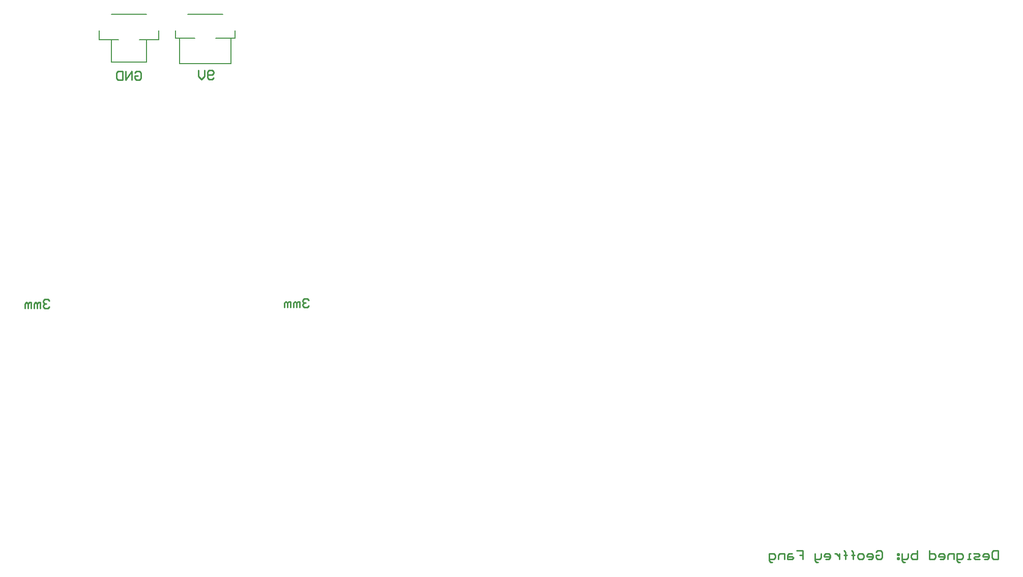
<source format=gbo>
G04*
G04 #@! TF.GenerationSoftware,Altium Limited,Altium Designer,23.7.1 (13)*
G04*
G04 Layer_Color=39423*
%FSLAX44Y44*%
%MOMM*%
G71*
G04*
G04 #@! TF.SameCoordinates,0223C93B-7FE2-4649-842A-E085946BCD85*
G04*
G04*
G04 #@! TF.FilePolarity,Positive*
G04*
G01*
G75*
%ADD11C,0.2540*%
%ADD12C,0.2000*%
D11*
X1723390Y941069D02*
X1720851Y938530D01*
X1715773D01*
X1713233Y941069D01*
Y951226D01*
X1715773Y953765D01*
X1720851D01*
X1723390Y951226D01*
Y948687D01*
X1720851Y946148D01*
X1713233D01*
X1708155Y953765D02*
Y943608D01*
X1703077Y938530D01*
X1697998Y943608D01*
Y953765D01*
X1592583Y949956D02*
X1595123Y952495D01*
X1600201D01*
X1602740Y949956D01*
Y939799D01*
X1600201Y937260D01*
X1595123D01*
X1592583Y939799D01*
Y944877D01*
X1597662D01*
X1587505Y937260D02*
Y952495D01*
X1577348Y937260D01*
Y952495D01*
X1572270D02*
Y937260D01*
X1564652D01*
X1562113Y939799D01*
Y949956D01*
X1564652Y952495D01*
X1572270D01*
X1882140Y571496D02*
X1879601Y574035D01*
X1874523D01*
X1871983Y571496D01*
Y568957D01*
X1874523Y566418D01*
X1877062D01*
X1874523D01*
X1871983Y563878D01*
Y561339D01*
X1874523Y558800D01*
X1879601D01*
X1882140Y561339D01*
X1866905Y558800D02*
Y568957D01*
X1864366D01*
X1861827Y566418D01*
Y558800D01*
Y566418D01*
X1859287Y568957D01*
X1856748Y566418D01*
Y558800D01*
X1851670D02*
Y568957D01*
X1849131D01*
X1846591Y566418D01*
Y558800D01*
Y566418D01*
X1844052Y568957D01*
X1841513Y566418D01*
Y558800D01*
X1450340Y570226D02*
X1447801Y572765D01*
X1442722D01*
X1440183Y570226D01*
Y567687D01*
X1442722Y565148D01*
X1445262D01*
X1442722D01*
X1440183Y562608D01*
Y560069D01*
X1442722Y557530D01*
X1447801D01*
X1450340Y560069D01*
X1435105Y557530D02*
Y567687D01*
X1432566D01*
X1430027Y565148D01*
Y557530D01*
Y565148D01*
X1427487Y567687D01*
X1424948Y565148D01*
Y557530D01*
X1419870D02*
Y567687D01*
X1417331D01*
X1414792Y565148D01*
Y557530D01*
Y565148D01*
X1412252Y567687D01*
X1409713Y565148D01*
Y557530D01*
X3028950Y154933D02*
Y139698D01*
X3021332D01*
X3018793Y142238D01*
Y152394D01*
X3021332Y154933D01*
X3028950D01*
X3006097Y139698D02*
X3011176D01*
X3013715Y142238D01*
Y147316D01*
X3011176Y149855D01*
X3006097D01*
X3003558Y147316D01*
Y144777D01*
X3013715D01*
X2998480Y139698D02*
X2990862D01*
X2988323Y142238D01*
X2990862Y144777D01*
X2995941D01*
X2998480Y147316D01*
X2995941Y149855D01*
X2988323D01*
X2983245Y139698D02*
X2978167D01*
X2980706D01*
Y149855D01*
X2983245D01*
X2965471Y134620D02*
X2962932D01*
X2960392Y137159D01*
Y149855D01*
X2968010D01*
X2970549Y147316D01*
Y142238D01*
X2968010Y139698D01*
X2960392D01*
X2955314D02*
Y149855D01*
X2947696D01*
X2945157Y147316D01*
Y139698D01*
X2932461D02*
X2937540D01*
X2940079Y142238D01*
Y147316D01*
X2937540Y149855D01*
X2932461D01*
X2929922Y147316D01*
Y144777D01*
X2940079D01*
X2914687Y154933D02*
Y139698D01*
X2922304D01*
X2924844Y142238D01*
Y147316D01*
X2922304Y149855D01*
X2914687D01*
X2894373Y154933D02*
Y139698D01*
X2886756D01*
X2884217Y142238D01*
Y144777D01*
Y147316D01*
X2886756Y149855D01*
X2894373D01*
X2879138D02*
Y142238D01*
X2876599Y139698D01*
X2868982D01*
Y137159D01*
X2871521Y134620D01*
X2874060D01*
X2868982Y139698D02*
Y149855D01*
X2863904D02*
X2861364D01*
Y147316D01*
X2863904D01*
Y149855D01*
Y142238D02*
X2861364D01*
Y139698D01*
X2863904D01*
Y142238D01*
X2825816Y152394D02*
X2828355Y154933D01*
X2833433D01*
X2835972Y152394D01*
Y142238D01*
X2833433Y139698D01*
X2828355D01*
X2825816Y142238D01*
Y147316D01*
X2830894D01*
X2813120Y139698D02*
X2818198D01*
X2820737Y142238D01*
Y147316D01*
X2818198Y149855D01*
X2813120D01*
X2810581Y147316D01*
Y144777D01*
X2820737D01*
X2802963Y139698D02*
X2797885D01*
X2795345Y142238D01*
Y147316D01*
X2797885Y149855D01*
X2802963D01*
X2805502Y147316D01*
Y142238D01*
X2802963Y139698D01*
X2787728D02*
Y152394D01*
Y147316D01*
X2790267D01*
X2785189D01*
X2787728D01*
Y152394D01*
X2785189Y154933D01*
X2775032Y139698D02*
Y152394D01*
Y147316D01*
X2777571D01*
X2772493D01*
X2775032D01*
Y152394D01*
X2772493Y154933D01*
X2764875Y149855D02*
Y139698D01*
Y144777D01*
X2762336Y147316D01*
X2759797Y149855D01*
X2757258D01*
X2742023Y139698D02*
X2747101D01*
X2749641Y142238D01*
Y147316D01*
X2747101Y149855D01*
X2742023D01*
X2739484Y147316D01*
Y144777D01*
X2749641D01*
X2734405Y149855D02*
Y142238D01*
X2731866Y139698D01*
X2724249D01*
Y137159D01*
X2726788Y134620D01*
X2729327D01*
X2724249Y139698D02*
Y149855D01*
X2693778Y154933D02*
X2703935D01*
Y147316D01*
X2698857D01*
X2703935D01*
Y139698D01*
X2686161Y149855D02*
X2681082D01*
X2678543Y147316D01*
Y139698D01*
X2686161D01*
X2688700Y142238D01*
X2686161Y144777D01*
X2678543D01*
X2673465Y139698D02*
Y149855D01*
X2665847D01*
X2663308Y147316D01*
Y139698D01*
X2653152Y134620D02*
X2650612D01*
X2648073Y137159D01*
Y149855D01*
X2655691D01*
X2658230Y147316D01*
Y142238D01*
X2655691Y139698D01*
X2648073D01*
D12*
X1532920Y1004510D02*
Y1019660D01*
X1553420Y1046610D02*
X1611420D01*
X1631920Y1004510D02*
Y1019660D01*
X1599770Y1004510D02*
X1631920D01*
X1532920D02*
X1565070D01*
X1553420Y967610D02*
X1611420D01*
Y1004360D01*
X1553420Y967610D02*
Y1004360D01*
X1659920Y1006990D02*
X1692070D01*
X1726770D02*
X1758920D01*
Y1019640D01*
X1680420Y1046590D02*
X1738420D01*
X1659920Y1006990D02*
Y1019640D01*
X1666920Y965090D02*
X1751920D01*
Y1006840D01*
X1666920Y965090D02*
Y1006840D01*
M02*

</source>
